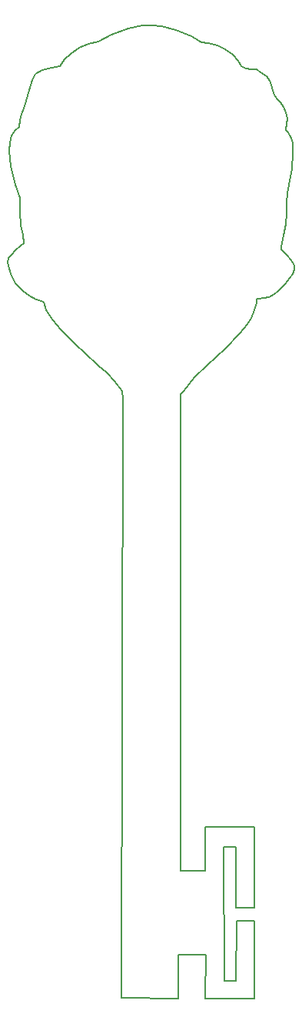
<source format=gm1>
G04 #@! TF.FileFunction,Profile,NP*
%FSLAX46Y46*%
G04 Gerber Fmt 4.6, Leading zero omitted, Abs format (unit mm)*
G04 Created by KiCad (PCBNEW 4.0.5) date Saturday, July 08, 2017 'AMt' 10:16:17 AM*
%MOMM*%
%LPD*%
G01*
G04 APERTURE LIST*
%ADD10C,0.100000*%
%ADD11C,0.150000*%
G04 APERTURE END LIST*
D10*
D11*
X177350000Y-86280000D02*
X177390000Y-87070000D01*
X176490000Y-85170000D02*
X177350000Y-86280000D01*
X175650000Y-84210000D02*
X176490000Y-85170000D01*
X174730000Y-83440000D02*
X175650000Y-84210000D01*
X173210000Y-82040000D02*
X174730000Y-83440000D01*
X172250000Y-81180000D02*
X173210000Y-82040000D01*
X171290000Y-80270000D02*
X172250000Y-81180000D01*
X170520000Y-79450000D02*
X171290000Y-80270000D01*
X169700000Y-78470000D02*
X170520000Y-79450000D01*
X168970000Y-77320000D02*
X169700000Y-78470000D01*
X177250000Y-152980000D02*
X177390000Y-87070000D01*
X183510000Y-153010000D02*
X177250000Y-152980000D01*
X183550000Y-148240000D02*
X183510000Y-153010000D01*
X186560000Y-148240000D02*
X183550000Y-148240000D01*
X186490000Y-153080000D02*
X186560000Y-148240000D01*
X191870000Y-153080000D02*
X186490000Y-153080000D01*
X191900000Y-144470000D02*
X191870000Y-153080000D01*
X189930000Y-144470000D02*
X191900000Y-144470000D01*
X189890000Y-151060000D02*
X189930000Y-144470000D01*
X188560000Y-151060000D02*
X189890000Y-151060000D01*
X188510000Y-136400000D02*
X188560000Y-151060000D01*
X189890000Y-136380000D02*
X188510000Y-136400000D01*
X189890000Y-143070000D02*
X189890000Y-136380000D01*
X191930000Y-143070000D02*
X189890000Y-143070000D01*
X191930000Y-134180000D02*
X191930000Y-143070000D01*
X186440000Y-134200000D02*
X191930000Y-134180000D01*
X186440000Y-139000000D02*
X186440000Y-134210000D01*
X183780000Y-138990000D02*
X186440000Y-139000000D01*
X183800000Y-86610000D02*
X183780000Y-138990000D01*
X184070000Y-86230000D02*
X183800000Y-86610000D01*
X185330000Y-84730000D02*
X184070000Y-86230000D01*
X186760000Y-83340000D02*
X185330000Y-84730000D01*
X188670000Y-81570000D02*
X186760000Y-83340000D01*
X190270000Y-79870000D02*
X188670000Y-81570000D01*
X191120000Y-78840000D02*
X190270000Y-79870000D01*
X191560000Y-78200000D02*
X191120000Y-78840000D01*
X191870000Y-77350000D02*
X191560000Y-78200000D01*
X192110000Y-76530000D02*
X191870000Y-77350000D01*
X192170000Y-76090000D02*
X192110000Y-76530000D01*
X192370000Y-76070000D02*
X192170000Y-76090000D01*
X192900000Y-76010000D02*
X192370000Y-76070000D01*
X193480000Y-75910000D02*
X192900000Y-76010000D01*
X194110000Y-75590000D02*
X193480000Y-75910000D01*
X194560000Y-75200000D02*
X194110000Y-75590000D01*
X195300000Y-74460000D02*
X194560000Y-75200000D01*
X195800000Y-73830000D02*
X195300000Y-74460000D01*
X196140000Y-73330000D02*
X195800000Y-73830000D01*
X196270000Y-72900000D02*
X196140000Y-73330000D01*
X196270000Y-72460000D02*
X196270000Y-72900000D01*
X196170000Y-72110000D02*
X196270000Y-72460000D01*
X195880000Y-71720000D02*
X196170000Y-72110000D01*
X195510000Y-71370000D02*
X195880000Y-71720000D01*
X195160000Y-71030000D02*
X195510000Y-71370000D01*
X194900000Y-70690000D02*
X195160000Y-71030000D01*
X194820000Y-70290000D02*
X194900000Y-70690000D01*
X195140000Y-69130000D02*
X194820000Y-70290000D01*
X195380000Y-67870000D02*
X195140000Y-69130000D01*
X195450000Y-66710000D02*
X195380000Y-67870000D01*
X195480000Y-65550000D02*
X195450000Y-66710000D01*
X195560000Y-64520000D02*
X195480000Y-65550000D01*
X195690000Y-63520000D02*
X195560000Y-64520000D01*
X196030000Y-61780000D02*
X195690000Y-63520000D01*
X196170000Y-60040000D02*
X196030000Y-61780000D01*
X196110000Y-58960000D02*
X196170000Y-60040000D01*
X195930000Y-58400000D02*
X196110000Y-58960000D01*
X195820000Y-58090000D02*
X195930000Y-58400000D01*
X195590000Y-57800000D02*
X195820000Y-58090000D01*
X195350000Y-57510000D02*
X195590000Y-57800000D01*
X195380000Y-57430000D02*
X195350000Y-57510000D01*
X195480000Y-56820000D02*
X195380000Y-57430000D01*
X195530000Y-56240000D02*
X195480000Y-56820000D01*
X195380000Y-55550000D02*
X195530000Y-56240000D01*
X195110000Y-55000000D02*
X195380000Y-55550000D01*
X194770000Y-54500000D02*
X195110000Y-55000000D01*
X194370000Y-54100000D02*
X194770000Y-54500000D01*
X194060000Y-53660000D02*
X194370000Y-54100000D01*
X193950000Y-53210000D02*
X194060000Y-53660000D01*
X193790000Y-52570000D02*
X193950000Y-53210000D01*
X193560000Y-52100000D02*
X193790000Y-52570000D01*
X193270000Y-51650000D02*
X193560000Y-52100000D01*
X192610000Y-51150000D02*
X193270000Y-51650000D01*
X192110000Y-50890000D02*
X192610000Y-51150000D01*
X191580000Y-50810000D02*
X192110000Y-50890000D01*
X190970000Y-50760000D02*
X191580000Y-50810000D01*
X190600000Y-50620000D02*
X190970000Y-50760000D01*
X190420000Y-50470000D02*
X190600000Y-50620000D01*
X190100000Y-49940000D02*
X190420000Y-50470000D01*
X189500000Y-49230000D02*
X190100000Y-49940000D01*
X188650000Y-48620000D02*
X189500000Y-49230000D01*
X187810000Y-48250000D02*
X188650000Y-48620000D01*
X186830000Y-47990000D02*
X187810000Y-48250000D01*
X186090000Y-47860000D02*
X186830000Y-47990000D01*
X185800000Y-47700000D02*
X186090000Y-47860000D01*
X184930000Y-47220000D02*
X185800000Y-47700000D01*
X183270000Y-46560000D02*
X184930000Y-47220000D01*
X181690000Y-46110000D02*
X183270000Y-46560000D01*
X180610000Y-46010000D02*
X181690000Y-46110000D01*
X179530000Y-46010000D02*
X180610000Y-46010000D01*
X178050000Y-46380000D02*
X179530000Y-46010000D01*
X176130000Y-47040000D02*
X178050000Y-46380000D01*
X174680000Y-47800000D02*
X176130000Y-47040000D01*
X173570000Y-48070000D02*
X174680000Y-47800000D01*
X172570000Y-48510000D02*
X173570000Y-48070000D01*
X171650000Y-49150000D02*
X172570000Y-48510000D01*
X171010000Y-49780000D02*
X171650000Y-49150000D01*
X170450000Y-50530000D02*
X171010000Y-49780000D01*
X169510000Y-50680000D02*
X170450000Y-50530000D01*
X168500000Y-50920000D02*
X169510000Y-50680000D01*
X167790000Y-51390000D02*
X168500000Y-50920000D01*
X167400000Y-52010000D02*
X167790000Y-51390000D01*
X167090000Y-53110000D02*
X167400000Y-52010000D01*
X166770000Y-54290000D02*
X167090000Y-53110000D01*
X166460000Y-55150000D02*
X166770000Y-54290000D01*
X166220000Y-55770000D02*
X166460000Y-55150000D01*
X166070000Y-56400000D02*
X166220000Y-55770000D01*
X165990000Y-57180000D02*
X166070000Y-56400000D01*
X165600000Y-57580000D02*
X165990000Y-57180000D01*
X165130000Y-58120000D02*
X165600000Y-57580000D01*
X164970000Y-58910000D02*
X165130000Y-58120000D01*
X164890000Y-59850000D02*
X164970000Y-58910000D01*
X165050000Y-61490000D02*
X164890000Y-59850000D01*
X165600000Y-63530000D02*
X165050000Y-61490000D01*
X166070000Y-65020000D02*
X165600000Y-63530000D01*
X166070000Y-66430000D02*
X166070000Y-65020000D01*
X166150000Y-68070000D02*
X166070000Y-66430000D01*
X166380000Y-69090000D02*
X166150000Y-68070000D01*
X166460000Y-69950000D02*
X166380000Y-69090000D01*
X166150000Y-70270000D02*
X166460000Y-69950000D01*
X165600000Y-70740000D02*
X166150000Y-70270000D01*
X165130000Y-71280000D02*
X165600000Y-70740000D01*
X164810000Y-71600000D02*
X165130000Y-71280000D01*
X164740000Y-72070000D02*
X164810000Y-71600000D01*
X165050000Y-73400000D02*
X164740000Y-72070000D01*
X165600000Y-74420000D02*
X165050000Y-73400000D01*
X166380000Y-75200000D02*
X165600000Y-74420000D01*
X167090000Y-75750000D02*
X166380000Y-75200000D01*
X167870000Y-76140000D02*
X167090000Y-75750000D01*
X168730000Y-76380000D02*
X167870000Y-76140000D01*
X168970000Y-77320000D02*
X168730000Y-76380000D01*
M02*

</source>
